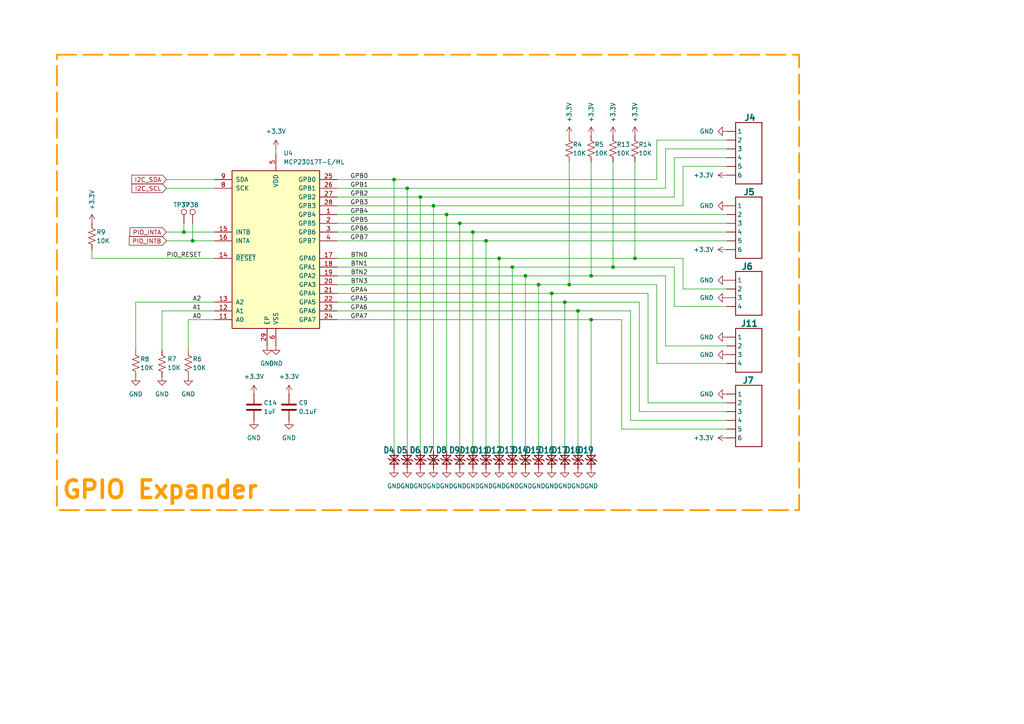
<source format=kicad_sch>
(kicad_sch (version 20250114) (generator "eeschema") (generator_version "9.0")
  (paper "A4")
  (title_block (title "Node Hardware") (date "<<release-date>>") (rev "<<tag>>") (comment 1 "<<hash>>"))
  (lib_symbols
    (symbol "CRGM Connector:JST-SH-4"
      (property "Reference" "J" (at 0 2.794 0))
      (symbol "JST-SH-4_1_0"
        (polyline (pts (xy 0 2.54) (xy 7.62 2.54)) (stroke (width 0.254)))
        (polyline (pts (xy 0 -10.16) (xy 0 2.54)) (stroke (width 0.254)))
        (polyline (pts (xy 7.62 2.54) (xy 7.62 -10.16)) (stroke (width 0.254)))
        (polyline (pts (xy 7.62 -10.16) (xy 0 -10.16)) (stroke (width 0.254)))
        (pin passive line (at -2.54 0 0) (length 2.54) (name "4") (number "4"))
        (pin passive line (at -2.54 -2.54 0) (length 2.54) (name "3") (number "3"))
        (pin passive line (at -2.54 -5.08 0) (length 2.54) (name "2") (number "2"))
        (pin passive line (at -2.54 -7.62 0) (length 2.54) (name "1") (number "1"))
      )
    )
    (symbol "CRGM Connector:JST-SH-6"
      (property "Reference" "J" (at 0 2.794 0))
      (symbol "JST-SH-6_1_0"
        (polyline (pts (xy 0 2.54) (xy 7.62 2.54)) (stroke (width 0.254)))
        (polyline (pts (xy 0 -15.24) (xy 0 2.54)) (stroke (width 0.254)))
        (polyline (pts (xy 7.62 2.54) (xy 7.62 -15.24)) (stroke (width 0.254)))
        (polyline (pts (xy 7.62 -15.24) (xy 0 -15.24)) (stroke (width 0.254)))
        (pin passive line (at -2.54 0 0) (length 2.54) (name "1") (number "1"))
        (pin passive line (at -2.54 -2.54 0) (length 2.54) (name "2") (number "2"))
        (pin passive line (at -2.54 -5.08 0) (length 2.54) (name "3") (number "3"))
        (pin passive line (at -2.54 -7.62 0) (length 2.54) (name "4") (number "4"))
        (pin passive line (at -2.54 -10.16 0) (length 2.54) (name "5") (number "5"))
        (pin passive line (at -2.54 -12.7 0) (length 2.54) (name "6") (number "6"))
      )
    )
    (symbol "CRGM Passive:PESD3V3S1BL"
      (property "Reference" "D" (at -1.524 1.524 0))
      (symbol "PESD3V3S1BL_1_0"
        (polyline (pts (xy -2.54 0) (xy 2.54 0)) (stroke (width 0.254)))
        (polyline (pts (xy -1.27 1.27) (xy -0.0101 0.0101)) (stroke (width 0.254)))
        (polyline (pts (xy -1.27 -1.27) (xy -1.27 1.27)) (stroke (width 0.254)))
        (polyline (pts (xy -0.3445 -1.6043) (xy -0.3573 -1.6043)) (stroke (width 0.254)))
        (polyline (pts (xy -0.0101 1.2955) (xy -0.0101 -1.27)) (stroke (width 0.254)))
        (polyline (pts (xy -0.0101 1.2955) (xy 0.3778 1.6835)) (stroke (width 0.254)))
        (polyline (pts (xy -0.0101 0.0101) (xy -0.0101 -0.0101)) (stroke (width 0.254)))
        (polyline (pts (xy -0.0101 -0.0101) (xy -1.27 -1.27)) (stroke (width 0.254)))
        (polyline (pts (xy -0.0101 -1.27) (xy -0.3445 -1.6043)) (stroke (width 0.254)))
        (polyline (pts (xy 0.0101 0.0101) (xy 0.0101 -0.0101)) (stroke (width 0.254)))
        (polyline (pts (xy 0.0101 -0.0101) (xy 1.27 -1.27)) (stroke (width 0.254)))
        (polyline (pts (xy 0.3778 1.6835) (xy 0.3981 1.6835)) (stroke (width 0.254)))
        (polyline (pts (xy 1.27 1.27) (xy 0.0101 0.0101)) (stroke (width 0.254)))
        (polyline (pts (xy 1.27 -1.27) (xy 1.27 1.27)) (stroke (width 0.254)))
        (pin passive line (at -2.54 0 0) (length 0) (name "K1") (number "1"))
        (pin passive line (at 2.54 0 180) (length 0) (name "K2") (number "2"))
      )
    )
    (symbol "Connector:TestPoint" (pin_numbers (hide yes)) (pin_names (offset 0.762) (hide yes))
      (property "Reference" "TP" (at 0 6.858 0))
      (property "Value" "TestPoint" (at 0 5.08 0))
      (symbol "TestPoint_0_1"
        (circle (center 0 3.302) (radius 0.762))
      )
      (symbol "TestPoint_1_1"
        (pin passive line (at 0 0 90) (length 2.54) (name "1") (number "1"))
      )
    )
    (symbol "Device:C" (pin_numbers (hide yes)) (pin_names (offset 0.254))
      (property "Reference" "C" (at 0.635 2.54 0))
      (property "Value" "C" (at 0.635 -2.54 0))
      (symbol "C_0_1"
        (polyline (pts (xy -2.032 0.762) (xy 2.032 0.762)) (stroke (width 0.508)))
        (polyline (pts (xy -2.032 -0.762) (xy 2.032 -0.762)) (stroke (width 0.508)))
      )
      (symbol "C_1_1"
        (pin passive line (at 0 3.81 270) (length 2.794) (name "~") (number "1"))
        (pin passive line (at 0 -3.81 90) (length 2.794) (name "~") (number "2"))
      )
    )
    (symbol "Device:R_US" (pin_numbers (hide yes)) (pin_names (offset 0))
      (property "Reference" "R" (at 2.54 0 90))
      (property "Value" "R_US" (at -2.54 0 90))
      (symbol "R_US_0_1"
        (polyline (pts (xy 0 2.286) (xy 0 2.54)))
        (polyline (pts (xy 0 2.286) (xy 1.016 1.905) (xy 0 1.524) (xy -1.016 1.143) (xy 0 0.762)))
        (polyline (pts (xy 0 0.762) (xy 1.016 0.381) (xy 0 0) (xy -1.016 -0.381) (xy 0 -0.762)))
        (polyline (pts (xy 0 -0.762) (xy 1.016 -1.143) (xy 0 -1.524) (xy -1.016 -1.905) (xy 0 -2.286)))
        (polyline (pts (xy 0 -2.286) (xy 0 -2.54)))
      )
      (symbol "R_US_1_1"
        (pin passive line (at 0 3.81 270) (length 1.27) (name "~") (number "1"))
        (pin passive line (at 0 -3.81 90) (length 1.27) (name "~") (number "2"))
      )
    )
    (symbol "Interface_Expansion:MCP23017_ML" (pin_names (offset 1.016))
      (property "Reference" "U" (at -11.43 24.13 0))
      (property "Value" "MCP23017_ML" (at 0 0 0))
      (symbol "MCP23017_ML_0_1"
        (rectangle (start -12.7 22.86) (end 12.7 -22.86) (stroke (width 0.254)) (fill (type background)))
      )
      (symbol "MCP23017_ML_1_1"
        (pin bidirectional line (at -17.78 20.32 0) (length 5.08) (name "SDA") (number "9"))
        (pin input line (at -17.78 17.78 0) (length 5.08) (name "SCK") (number "8"))
        (pin tri_state line (at -17.78 5.08 0) (length 5.08) (name "INTB") (number "15"))
        (pin tri_state line (at -17.78 2.54 0) (length 5.08) (name "INTA") (number "16"))
        (pin input line (at -17.78 -2.54 0) (length 5.08) (name "~{RESET}") (number "14"))
        (pin input line (at -17.78 -15.24 0) (length 5.08) (name "A2") (number "13"))
        (pin input line (at -17.78 -17.78 0) (length 5.08) (name "A1") (number "12"))
        (pin input line (at -17.78 -20.32 0) (length 5.08) (name "A0") (number "11"))
        (pin no_connect line (at -12.7 15.24 0) (length 5.08) (hide yes) (name "NC") (number "7"))
        (pin no_connect line (at -12.7 12.7 0) (length 5.08) (hide yes) (name "NC") (number "10"))
        (pin passive line (at -2.54 -27.94 90) (length 5.08) (name "EP") (number "29"))
        (pin power_in line (at 0 27.94 270) (length 5.08) (name "VDD") (number "5"))
        (pin power_in line (at 0 -27.94 90) (length 5.08) (name "VSS") (number "6"))
        (pin bidirectional line (at 17.78 20.32 180) (length 5.08) (name "GPB0") (number "25"))
        (pin bidirectional line (at 17.78 17.78 180) (length 5.08) (name "GPB1") (number "26"))
        (pin bidirectional line (at 17.78 15.24 180) (length 5.08) (name "GPB2") (number "27"))
        (pin bidirectional line (at 17.78 12.7 180) (length 5.08) (name "GPB3") (number "28"))
        (pin bidirectional line (at 17.78 10.16 180) (length 5.08) (name "GPB4") (number "1"))
        (pin bidirectional line (at 17.78 7.62 180) (length 5.08) (name "GPB5") (number "2"))
        (pin bidirectional line (at 17.78 5.08 180) (length 5.08) (name "GPB6") (number "3"))
        (pin output line (at 17.78 2.54 180) (length 5.08) (name "GPB7") (number "4"))
        (pin bidirectional line (at 17.78 -2.54 180) (length 5.08) (name "GPA0") (number "17"))
        (pin bidirectional line (at 17.78 -5.08 180) (length 5.08) (name "GPA1") (number "18"))
        (pin bidirectional line (at 17.78 -7.62 180) (length 5.08) (name "GPA2") (number "19"))
        (pin bidirectional line (at 17.78 -10.16 180) (length 5.08) (name "GPA3") (number "20"))
        (pin bidirectional line (at 17.78 -12.7 180) (length 5.08) (name "GPA4") (number "21"))
        (pin bidirectional line (at 17.78 -15.24 180) (length 5.08) (name "GPA5") (number "22"))
        (pin bidirectional line (at 17.78 -17.78 180) (length 5.08) (name "GPA6") (number "23"))
        (pin output line (at 17.78 -20.32 180) (length 5.08) (name "GPA7") (number "24"))
      )
    )
    (symbol "JST-SH-4_1"
      (property "Reference" "J" (at 0 2.794 0))
      (symbol "JST-SH-4_1_1_0"
        (polyline (pts (xy 0 2.54) (xy 7.62 2.54)) (stroke (width 0.254)))
        (polyline (pts (xy 0 -10.16) (xy 0 2.54)) (stroke (width 0.254)))
        (polyline (pts (xy 7.62 2.54) (xy 7.62 -10.16)) (stroke (width 0.254)))
        (polyline (pts (xy 7.62 -10.16) (xy 0 -10.16)) (stroke (width 0.254)))
        (pin passive line (at -2.54 0 0) (length 2.54) (name "4") (number "4"))
        (pin passive line (at -2.54 -2.54 0) (length 2.54) (name "3") (number "3"))
        (pin passive line (at -2.54 -5.08 0) (length 2.54) (name "2") (number "2"))
        (pin passive line (at -2.54 -7.62 0) (length 2.54) (name "1") (number "1"))
      )
    )
    (symbol "power:+3.3V" (power) (pin_numbers (hide yes)) (pin_names (offset 0) (hide yes))
      (property "Value" "+3.3V" (at 0 3.556 0))
      (symbol "+3.3V_0_1"
        (polyline (pts (xy -0.762 1.27) (xy 0 2.54)))
        (polyline (pts (xy 0 2.54) (xy 0.762 1.27)))
        (polyline (pts (xy 0 0) (xy 0 2.54)))
      )
      (symbol "+3.3V_1_1"
        (pin power_in line (at 0 0 90) (length 0) (name "~") (number "1"))
      )
    )
    (symbol "power:GND" (power) (pin_numbers (hide yes)) (pin_names (offset 0) (hide yes))
      (property "Value" "GND" (at 0 -3.81 0))
      (symbol "GND_0_1"
        (polyline (pts (xy 0 0) (xy 0 -1.27) (xy 1.27 -1.27) (xy 0 -2.54) (xy -1.27 -1.27) (xy 0 -1.27)))
      )
      (symbol "GND_1_1"
        (pin power_in line (at 0 0 270) (length 0) (name "~") (number "1"))
      )
    )
  )
  (rectangle (start 16.51 15.875) (end 231.775 147.955) (stroke (width 0.508) (type dash) (color 255 153 0 1)))
  (text "GPIO Expander" (exclude_from_sim yes) (at 46.482 142.24 0) (effects (font (size 5.08 5.08) (thickness 1.016) (bold yes))))
  (junction (at 140.97 69.85))
  (junction (at 184.15 74.93))
  (junction (at 144.78 74.93))
  (junction (at 125.73 59.69))
  (junction (at 156.21 82.55))
  (junction (at 152.4 80.01))
  (junction (at 55.88 69.85))
  (junction (at 163.83 87.63))
  (junction (at 160.02 85.09))
  (junction (at 137.16 67.31))
  (junction (at 53.34 67.31))
  (junction (at 167.64 90.17))
  (junction (at 171.45 80.01))
  (junction (at 129.54 62.23))
  (junction (at 121.92 57.15))
  (junction (at 171.45 92.71))
  (junction (at 177.8 77.47))
  (junction (at 165.1 82.55))
  (junction (at 114.3 52.07))
  (junction (at 133.35 64.77))
  (junction (at 118.11 54.61))
  (junction (at 148.59 77.47))
  (wire (pts (xy 156.21 82.55) (xy 165.1 82.55)))
  (wire (pts (xy 46.99 90.17) (xy 46.99 101.6)))
  (wire (pts (xy 193.04 43.18) (xy 210.82 43.18)))
  (wire (pts (xy 160.02 85.09) (xy 187.96 85.09)))
  (wire (pts (xy 39.37 87.63) (xy 62.23 87.63)))
  (wire (pts (xy 190.5 82.55) (xy 190.5 105.41)))
  (wire (pts (xy 163.83 87.63) (xy 163.83 130.81)))
  (wire (pts (xy 133.35 64.77) (xy 133.35 130.81)))
  (wire (pts (xy 62.23 92.71) (xy 54.61 92.71)))
  (wire (pts (xy 97.79 69.85) (xy 140.97 69.85)))
  (wire (pts (xy 97.79 67.31) (xy 137.16 67.31)))
  (wire (pts (xy 210.82 119.38) (xy 185.42 119.38)))
  (wire (pts (xy 97.79 77.47) (xy 148.59 77.47)))
  (wire (pts (xy 198.12 74.93) (xy 198.12 83.82)))
  (wire (pts (xy 171.45 92.71) (xy 171.45 130.81)))
  (wire (pts (xy 48.26 67.31) (xy 53.34 67.31)))
  (wire (pts (xy 129.54 62.23) (xy 210.82 62.23)))
  (wire (pts (xy 97.79 54.61) (xy 118.11 54.61)))
  (wire (pts (xy 184.15 46.99) (xy 184.15 74.93)))
  (wire (pts (xy 26.67 74.93) (xy 62.23 74.93)))
  (wire (pts (xy 137.16 67.31) (xy 137.16 130.81)))
  (wire (pts (xy 53.34 64.77) (xy 53.34 67.31)))
  (wire (pts (xy 195.58 77.47) (xy 195.58 88.9)))
  (wire (pts (xy 97.79 92.71) (xy 171.45 92.71)))
  (wire (pts (xy 165.1 46.99) (xy 165.1 82.55)))
  (wire (pts (xy 121.92 57.15) (xy 195.58 57.15)))
  (wire (pts (xy 48.26 52.07) (xy 62.23 52.07)))
  (wire (pts (xy 121.92 57.15) (xy 121.92 130.81)))
  (wire (pts (xy 171.45 80.01) (xy 193.04 80.01)))
  (wire (pts (xy 97.79 87.63) (xy 163.83 87.63)))
  (wire (pts (xy 152.4 80.01) (xy 171.45 80.01)))
  (wire (pts (xy 198.12 48.26) (xy 210.82 48.26)))
  (wire (pts (xy 114.3 52.07) (xy 190.5 52.07)))
  (wire (pts (xy 187.96 116.84) (xy 187.96 85.09)))
  (wire (pts (xy 54.61 92.71) (xy 54.61 101.6)))
  (wire (pts (xy 125.73 59.69) (xy 125.73 130.81)))
  (wire (pts (xy 210.82 45.72) (xy 195.58 45.72)))
  (wire (pts (xy 182.88 90.17) (xy 182.88 121.92)))
  (wire (pts (xy 171.45 46.99) (xy 171.45 80.01)))
  (wire (pts (xy 114.3 52.07) (xy 114.3 130.81)))
  (wire (pts (xy 182.88 121.92) (xy 210.82 121.92)))
  (wire (pts (xy 198.12 59.69) (xy 198.12 48.26)))
  (wire (pts (xy 152.4 80.01) (xy 152.4 130.81)))
  (wire (pts (xy 97.79 90.17) (xy 167.64 90.17)))
  (wire (pts (xy 198.12 83.82) (xy 210.82 83.82)))
  (wire (pts (xy 48.26 54.61) (xy 62.23 54.61)))
  (wire (pts (xy 210.82 88.9) (xy 195.58 88.9)))
  (wire (pts (xy 144.78 74.93) (xy 184.15 74.93)))
  (wire (pts (xy 55.88 64.77) (xy 55.88 69.85)))
  (wire (pts (xy 39.37 87.63) (xy 39.37 101.6)))
  (wire (pts (xy 53.34 67.31) (xy 62.23 67.31)))
  (wire (pts (xy 80.01 43.18) (xy 80.01 44.45)))
  (wire (pts (xy 133.35 64.77) (xy 210.82 64.77)))
  (wire (pts (xy 210.82 105.41) (xy 190.5 105.41)))
  (wire (pts (xy 167.64 90.17) (xy 167.64 130.81)))
  (wire (pts (xy 210.82 100.33) (xy 193.04 100.33)))
  (wire (pts (xy 118.11 54.61) (xy 193.04 54.61)))
  (wire (pts (xy 156.21 82.55) (xy 156.21 130.81)))
  (wire (pts (xy 144.78 74.93) (xy 144.78 130.81)))
  (wire (pts (xy 97.79 82.55) (xy 156.21 82.55)))
  (wire (pts (xy 97.79 64.77) (xy 133.35 64.77)))
  (wire (pts (xy 171.45 92.71) (xy 180.34 92.71)))
  (wire (pts (xy 195.58 45.72) (xy 195.58 57.15)))
  (wire (pts (xy 97.79 59.69) (xy 125.73 59.69)))
  (wire (pts (xy 129.54 62.23) (xy 129.54 130.81)))
  (wire (pts (xy 165.1 82.55) (xy 190.5 82.55)))
  (wire (pts (xy 180.34 124.46) (xy 180.34 92.71)))
  (wire (pts (xy 160.02 85.09) (xy 160.02 130.81)))
  (wire (pts (xy 97.79 62.23) (xy 129.54 62.23)))
  (wire (pts (xy 210.82 40.64) (xy 190.5 40.64)))
  (wire (pts (xy 140.97 69.85) (xy 210.82 69.85)))
  (wire (pts (xy 125.73 59.69) (xy 198.12 59.69)))
  (wire (pts (xy 97.79 57.15) (xy 121.92 57.15)))
  (wire (pts (xy 190.5 40.64) (xy 190.5 52.07)))
  (wire (pts (xy 210.82 116.84) (xy 187.96 116.84)))
  (wire (pts (xy 137.16 67.31) (xy 210.82 67.31)))
  (wire (pts (xy 148.59 130.81) (xy 148.59 77.47)))
  (wire (pts (xy 167.64 90.17) (xy 182.88 90.17)))
  (wire (pts (xy 46.99 90.17) (xy 62.23 90.17)))
  (wire (pts (xy 177.8 77.47) (xy 195.58 77.47)))
  (wire (pts (xy 97.79 85.09) (xy 160.02 85.09)))
  (wire (pts (xy 140.97 69.85) (xy 140.97 130.81)))
  (wire (pts (xy 48.26 69.85) (xy 55.88 69.85)))
  (wire (pts (xy 163.83 87.63) (xy 185.42 87.63)))
  (wire (pts (xy 97.79 52.07) (xy 114.3 52.07)))
  (wire (pts (xy 118.11 54.61) (xy 118.11 130.81)))
  (wire (pts (xy 185.42 119.38) (xy 185.42 87.63)))
  (wire (pts (xy 55.88 69.85) (xy 62.23 69.85)))
  (wire (pts (xy 97.79 74.93) (xy 144.78 74.93)))
  (wire (pts (xy 193.04 54.61) (xy 193.04 43.18)))
  (wire (pts (xy 177.8 46.99) (xy 177.8 77.47)))
  (wire (pts (xy 148.59 77.47) (xy 177.8 77.47)))
  (wire (pts (xy 193.04 80.01) (xy 193.04 100.33)))
  (wire (pts (xy 210.82 124.46) (xy 180.34 124.46)))
  (wire (pts (xy 26.67 72.39) (xy 26.67 74.93)))
  (wire (pts (xy 184.15 74.93) (xy 198.12 74.93)))
  (wire (pts (xy 97.79 80.01) (xy 152.4 80.01)))
  (label "GPB5" (at 101.6 64.77 0))
  (label "GPB2" (at 101.6 57.15 0))
  (label "GPB1" (at 101.6 54.61 0))
  (label "GPB6" (at 101.6 67.31 0))
  (label "BTN0" (at 106.68 74.93 180))
  (label "BTN3" (at 106.68 82.55 180))
  (label "A1" (at 55.88 90.17 0))
  (label "GPB4" (at 101.6 62.23 0))
  (label "GPA7" (at 106.68 92.71 180))
  (label "GPA6" (at 106.68 90.17 180))
  (label "GPB0" (at 101.6 52.07 0))
  (label "BTN1" (at 106.68 77.47 180))
  (label "A0" (at 55.88 92.71 0))
  (label "GPB7" (at 101.6 69.85 0))
  (label "BTN2" (at 106.68 80.01 180))
  (label "A2" (at 55.88 87.63 0))
  (label "GPA4" (at 106.68 85.09 180))
  (label "GPB3" (at 101.6 59.69 0))
  (label "PIO_RESET" (at 48.26 74.93 0))
  (label "GPA5" (at 106.68 87.63 180))
  (global_label "I2C_SCL" (shape input) (at 48.26 54.61 180) (property "Intersheetrefs" "${INTERSHEET_REFS}" (at 37.7153 54.61 0) (effects (justify right))))
  (global_label "I2C_SDA" (shape input) (at 48.26 52.07 180) (property "Intersheetrefs" "${INTERSHEET_REFS}" (at 37.6548 52.07 0) (effects (justify right))))
  (global_label "PIO_INTB" (shape input) (at 48.26 69.85 180) (property "Intersheetrefs" "${INTERSHEET_REFS}" (at 36.929 69.85 0) (effects (justify right))))
  (global_label "PIO_INTA" (shape input) (at 48.26 67.31 180) (property "Intersheetrefs" "${INTERSHEET_REFS}" (at 37.1104 67.31 0) (effects (justify right))))
  (symbol (lib_id "power:GND") (at 137.16 135.89 0) (unit 1)
    (property "Reference" "#PWR055" (effects (hide yes)))
    (property "Value" "GND" (at 137.16 140.97 0))
    (property "Description" "Power symbol creates a global label with name \"GND\" , ground" (effects (hide yes)))
  )
  (symbol (lib_id "Device:R_US") (at 184.15 43.18 0) (unit 1)
    (property "Reference" "R14" (at 185.166 41.91 0) (effects (justify left)))
    (property "Value" "10K" (at 185.166 44.45 0) (effects (justify left)))
    (property "Footprint" "Resistor_SMD:R_0603_1608Metric" (effects (hide yes)))
    (property "Description" "Thick Film Resistors - SMD 1/10Watt 10Kohms 5%" (effects (hide yes)))
    (property "LCSC" "C2930027" (effects (hide yes)))
    (property "MN" "FOJAN" (effects (hide yes)))
    (property "MPN" "FRC0603J103TS" (effects (hide yes)))
    (property "Digikey" "CR0603-JW-103ELFTR-ND" (effects (hide yes)))
    (property "Mouser" "652-CR0603-JW-103ELF" (effects (hide yes)))
  )
  (symbol (lib_id "power:GND") (at 210.82 86.36 270) (unit 1)
    (property "Reference" "#PWR070" (effects (hide yes)))
    (property "Value" "GND" (at 207.01 86.3599 90) (effects (justify right)))
    (property "Description" "Power symbol creates a global label with name \"GND\" , ground" (effects (hide yes)))
  )
  (symbol (lib_id "power:+3.3V") (at 210.82 50.8 90) (unit 1)
    (property "Reference" "#PWR041" (effects (hide yes)))
    (property "Value" "+3.3V" (at 207.01 50.7999 90) (effects (justify left)))
    (property "Description" "Power symbol creates a global label with name \"+3.3V\"" (effects (hide yes)))
  )
  (symbol (lib_id "Device:R_US") (at 46.99 105.41 0) (unit 1)
    (property "Reference" "R7" (at 48.514 104.14 0) (effects (justify left)))
    (property "Value" "10K" (at 48.514 106.68 0) (effects (justify left)))
    (property "Footprint" "Resistor_SMD:R_0603_1608Metric" (effects (hide yes)))
    (property "Description" "Thick Film Resistors - SMD 1/10Watt 10Kohms 5%" (effects (hide yes)))
    (property "LCSC" "C2930027" (effects (hide yes)))
    (property "MN" "FOJAN" (effects (hide yes)))
    (property "MPN" "FRC0603J103TS" (effects (hide yes)))
    (property "Digikey" "CR0603-JW-103ELFTR-ND" (effects (hide yes)))
    (property "Mouser" "652-CR0603-JW-103ELF" (effects (hide yes)))
  )
  (symbol (lib_id "power:+3.3V") (at 210.82 72.39 90) (unit 1)
    (property "Reference" "#PWR048" (effects (hide yes)))
    (property "Value" "+3.3V" (at 207.01 72.3899 90) (effects (justify left)))
    (property "Description" "Power symbol creates a global label with name \"+3.3V\"" (effects (hide yes)))
  )
  (symbol (lib_id "power:+3.3V") (at 26.67 64.77 0) (unit 1)
    (property "Reference" "#PWR038" (effects (hide yes)))
    (property "Value" "+3.3V" (at 26.6699 60.96 90) (effects (justify left)))
    (property "Description" "Power symbol creates a global label with name \"+3.3V\"" (effects (hide yes)))
  )
  (symbol (lib_id "CRGM Passive:PESD3V3S1BL") (at 156.21 133.35 90) (unit 1)
    (property "Reference" "D15" (at 152.146 130.556 90) (effects (font (size 1.778 1.5113) (thickness 0.3023) (bold yes)) (justify right)))
    (property "Value" "PESD3V3S1BL" (effects (hide yes)))
    (property "Footprint" "CRGM Passive:DFN1006-2" (effects (hide yes)))
    (property "Datasheet" "https://jlcpcb.com/api/file/downloadByFileSystemAccessId/8590907150506553344" (effects (hide yes)))
    (property "Description" "TVS DIODE Vrwm=3.3v Vcl=6.5v Ippm=10A DFN10062" (effects (hide yes)))
    (property "LCSC" "C5563754" (effects (hide yes)))
    (property "MN" "FUXINSEMI" (effects (hide yes)))
    (property "MPN" "LESD8D3.3CAT5G" (effects (hide yes)))
    (property "Digikey" "1727-PESD3V3S1BLYLTR-ND" (effects (hide yes)))
    (property "Mouser" "621-DESD3V3S1BL-7B" (effects (hide yes)))
  )
  (symbol (lib_id "power:GND") (at 152.4 135.89 0) (unit 1)
    (property "Reference" "#PWR059" (effects (hide yes)))
    (property "Value" "GND" (at 152.4 140.97 0))
    (property "Description" "Power symbol creates a global label with name \"GND\" , ground" (effects (hide yes)))
  )
  (symbol (lib_id "power:GND") (at 210.82 102.87 270) (unit 1)
    (property "Reference" "#PWR079" (effects (hide yes)))
    (property "Value" "GND" (at 207.01 102.8699 90) (effects (justify right)))
    (property "Description" "Power symbol creates a global label with name \"GND\" , ground" (effects (hide yes)))
  )
  (symbol (lib_id "power:GND") (at 129.54 135.89 0) (unit 1)
    (property "Reference" "#PWR053" (effects (hide yes)))
    (property "Value" "GND" (at 129.54 140.97 0))
    (property "Description" "Power symbol creates a global label with name \"GND\" , ground" (effects (hide yes)))
  )
  (symbol (lib_id "Interface_Expansion:MCP23017_ML") (at 80.01 72.39 0) (unit 1)
    (property "Reference" "U4" (at 82.2041 44.45 0) (effects (justify left)))
    (property "Value" "MCP23017T-E/ML" (at 82.2041 46.99 0) (effects (justify left)))
    (property "Footprint" "Package_DFN_QFN:QFN-28-1EP_6x6mm_P0.65mm_EP4.25x4.25mm" (effects (hide yes)))
    (property "Datasheet" "https://ww1.microchip.com/downloads/aemDocuments/documents/APID/ProductDocuments/DataSheets/MCP23017-Data-Sheet-DS20001952.pdf" (effects (hide yes)))
    (property "Description" "16-bit I/O expander" (effects (hide yes)))
    (property "LCSC" "C629439" (effects (hide yes)))
    (property "MN" "Microchip Tech" (effects (hide yes)))
    (property "MPN" "MCP23017T-E/ML" (effects (hide yes)))
    (property "Digikey" "MCP23017-E/ML-ND" (effects (hide yes)))
    (property "Mouser" "579-MCP23017-E/ML" (effects (hide yes)))
  )
  (symbol (lib_id "CRGM Passive:PESD3V3S1BL") (at 144.78 133.35 90) (unit 1)
    (property "Reference" "D12" (at 140.716 130.556 90) (effects (font (size 1.778 1.5113) (thickness 0.3023) (bold yes)) (justify right)))
    (property "Value" "PESD3V3S1BL" (effects (hide yes)))
    (property "Footprint" "CRGM Passive:DFN1006-2" (effects (hide yes)))
    (property "Datasheet" "https://jlcpcb.com/api/file/downloadByFileSystemAccessId/8590907150506553344" (effects (hide yes)))
    (property "Description" "TVS DIODE Vrwm=3.3v Vcl=6.5v Ippm=10A DFN10062" (effects (hide yes)))
    (property "LCSC" "C5563754" (effects (hide yes)))
    (property "MN" "FUXINSEMI" (effects (hide yes)))
    (property "MPN" "LESD8D3.3CAT5G" (effects (hide yes)))
    (property "Digikey" "1727-PESD3V3S1BLYLTR-ND" (effects (hide yes)))
    (property "Mouser" "621-DESD3V3S1BL-7B" (effects (hide yes)))
  )
  (symbol (lib_id "power:+3.3V") (at 83.82 114.3 0) (unit 1)
    (property "Reference" "#PWR040" (effects (hide yes)))
    (property "Value" "+3.3V" (at 83.82 109.22 0))
    (property "Description" "Power symbol creates a global label with name \"+3.3V\"" (effects (hide yes)))
  )
  (symbol (lib_id "CRGM Passive:PESD3V3S1BL") (at 140.97 133.35 90) (unit 1)
    (property "Reference" "D11" (at 136.906 130.556 90) (effects (font (size 1.778 1.5113) (thickness 0.3023) (bold yes)) (justify right)))
    (property "Value" "PESD3V3S1BL" (effects (hide yes)))
    (property "Footprint" "CRGM Passive:DFN1006-2" (effects (hide yes)))
    (property "Datasheet" "https://jlcpcb.com/api/file/downloadByFileSystemAccessId/8590907150506553344" (effects (hide yes)))
    (property "Description" "TVS DIODE Vrwm=3.3v Vcl=6.5v Ippm=10A DFN10062" (effects (hide yes)))
    (property "LCSC" "C5563754" (effects (hide yes)))
    (property "MN" "FUXINSEMI" (effects (hide yes)))
    (property "MPN" "LESD8D3.3CAT5G" (effects (hide yes)))
    (property "Digikey" "1727-PESD3V3S1BLYLTR-ND" (effects (hide yes)))
    (property "Mouser" "621-DESD3V3S1BL-7B" (effects (hide yes)))
  )
  (symbol (lib_id "power:GND") (at 210.82 59.69 270) (unit 1)
    (property "Reference" "#PWR047" (effects (hide yes)))
    (property "Value" "GND" (at 207.01 59.6899 90) (effects (justify right)))
    (property "Description" "Power symbol creates a global label with name \"GND\" , ground" (effects (hide yes)))
  )
  (symbol (lib_id "CRGM Connector:JST-SH-4") (at 213.36 105.41 0) (mirror x) (unit 1)
    (property "Reference" "J11" (at 214.63 94.996 0) (effects (font (size 1.778 1.778) (thickness 0.3556) (bold yes)) (justify left top)))
    (property "Value" "BM04B-SRSS-TB" (effects (hide yes)))
    (property "Footprint" "CRGM Connector:JST_SH_BM04B-SRSS-TB_1x04-1MP_P1.00mm_Vertical" (effects (hide yes)))
    (property "Datasheet" "https://www.jst-mfg.com/product/pdf/eng/eSH.pdf" (effects (hide yes)))
    (property "Description" "JST SH 1.0mm 4 Position Vertical" (effects (hide yes)))
    (property "MN" "JST" (effects (hide yes)))
    (property "MPN" "BM04B-SRSS-TBT(LF)(SN)" (effects (hide yes)))
    (property "Mouser" "306-BM04BSRSSTBTLFSN" (effects (hide yes)))
    (property "Digikey" "455-BM04B-SRSS-TBTR-ND" (effects (hide yes)))
    (property "LCSC" "C2919601" (effects (hide yes)))
  )
  (symbol (lib_id "power:+3.3V") (at 80.01 43.18 0) (unit 1)
    (property "Reference" "#PWR033" (effects (hide yes)))
    (property "Value" "+3.3V" (at 80.01 38.1 0))
    (property "Description" "Power symbol creates a global label with name \"+3.3V\"" (effects (hide yes)))
  )
  (symbol (lib_id "power:GND") (at 210.82 114.3 270) (unit 1)
    (property "Reference" "#PWR045" (effects (hide yes)))
    (property "Value" "GND" (at 207.01 114.2999 90) (effects (justify right)))
    (property "Description" "Power symbol creates a global label with name \"GND\" , ground" (effects (hide yes)))
  )
  (symbol (lib_id "power:GND") (at 39.37 109.22 0) (unit 1)
    (property "Reference" "#PWR034" (effects (hide yes)))
    (property "Value" "GND" (at 39.37 114.3 0))
    (property "Description" "Power symbol creates a global label with name \"GND\" , ground" (effects (hide yes)))
  )
  (symbol (lib_id "power:GND") (at 77.47 100.33 0) (unit 1)
    (property "Reference" "#PWR023" (effects (hide yes)))
    (property "Value" "GND" (at 77.47 105.41 0))
    (property "Description" "Power symbol creates a global label with name \"GND\" , ground" (effects (hide yes)))
  )
  (symbol (lib_id "Device:C") (at 73.66 118.11 0) (unit 1)
    (property "Reference" "C14" (at 76.454 116.84 0) (effects (justify left)))
    (property "Value" "1uF" (at 76.454 119.38 0) (effects (justify left)))
    (property "Footprint" "Capacitor_SMD:C_0603_1608Metric" (effects (hide yes)))
    (property "Description" "CAP CER 1uF 16V X5R 0603" (effects (hide yes)))
    (property "LCSC" "C6119849" (effects (hide yes)))
    (property "MN" "HRE" (effects (hide yes)))
    (property "MPN" "CGA0603X5R105K160JT" (effects (hide yes)))
    (property "Digikey" "1276-1019-2-ND" (effects (hide yes)))
    (property "Mouser" "187-CL10B105KO8NNNC" (effects (hide yes)))
  )
  (symbol (lib_id "power:GND") (at 121.92 135.89 0) (unit 1)
    (property "Reference" "#PWR051" (effects (hide yes)))
    (property "Value" "GND" (at 121.92 140.97 0))
    (property "Description" "Power symbol creates a global label with name \"GND\" , ground" (effects (hide yes)))
  )
  (symbol (lib_id "Device:R_US") (at 171.45 43.18 0) (unit 1)
    (property "Reference" "R5" (at 172.466 41.91 0) (effects (justify left)))
    (property "Value" "10K" (at 172.466 44.45 0) (effects (justify left)))
    (property "Footprint" "Resistor_SMD:R_0603_1608Metric" (effects (hide yes)))
    (property "Description" "Thick Film Resistors - SMD 1/10Watt 10Kohms 5%" (effects (hide yes)))
    (property "LCSC" "C2930027" (effects (hide yes)))
    (property "MN" "FOJAN" (effects (hide yes)))
    (property "MPN" "FRC0603J103TS" (effects (hide yes)))
    (property "Digikey" "CR0603-JW-103ELFTR-ND" (effects (hide yes)))
    (property "Mouser" "652-CR0603-JW-103ELF" (effects (hide yes)))
  )
  (symbol (lib_id "CRGM Connector:JST-SH-6") (at 213.36 114.3 0) (unit 1)
    (property "Reference" "J7" (at 215.138 111.506 0) (effects (font (size 1.778 1.778) (thickness 0.3556) (bold yes)) (justify left bottom)))
    (property "Value" "BM06B-SRSS-TB" (effects (hide yes)))
    (property "Footprint" "CRGM Connector:JST_SH_BM06B-SRSS-TB_1x06-1MP_P1.00mm_Vertical" (effects (hide yes)))
    (property "Datasheet" "https://www.digikey.com/en/products/detail/jst-sales-america-inc/BM06B-SRSS-TB/926698" (effects (hide yes)))
    (property "Description" "JST SH 1.0mm 6 Position Vertical" (effects (hide yes)))
    (property "LCSC" "C2845374" (effects (hide yes)))
    (property "MN" "JST" (effects (hide yes)))
    (property "MPN" "BM06B-SRSS-TB" (effects (hide yes)))
    (property "Digikey" "455-BM06B-SRSS-TBTR-ND" (effects (hide yes)))
    (property "Mouser" "306-BM06BSRSSTBTLFSN" (effects (hide yes)))
  )
  (symbol (lib_id "power:GND") (at 210.82 38.1 270) (unit 1)
    (property "Reference" "#PWR042" (effects (hide yes)))
    (property "Value" "GND" (at 207.01 38.0999 90) (effects (justify right)))
    (property "Description" "Power symbol creates a global label with name \"GND\" , ground" (effects (hide yes)))
  )
  (symbol (lib_id "power:GND") (at 144.78 135.89 0) (unit 1)
    (property "Reference" "#PWR057" (effects (hide yes)))
    (property "Value" "GND" (at 144.78 140.97 0))
    (property "Description" "Power symbol creates a global label with name \"GND\" , ground" (effects (hide yes)))
  )
  (symbol (lib_id "Device:R_US") (at 165.1 43.18 0) (unit 1)
    (property "Reference" "R4" (at 166.116 41.91 0) (effects (justify left)))
    (property "Value" "10K" (at 166.116 44.45 0) (effects (justify left)))
    (property "Footprint" "Resistor_SMD:R_0603_1608Metric" (effects (hide yes)))
    (property "Description" "Thick Film Resistors - SMD 1/10Watt 10Kohms 5%" (effects (hide yes)))
    (property "LCSC" "C2930027" (effects (hide yes)))
    (property "MN" "FOJAN" (effects (hide yes)))
    (property "MPN" "FRC0603J103TS" (effects (hide yes)))
    (property "Digikey" "CR0603-JW-103ELFTR-ND" (effects (hide yes)))
    (property "Mouser" "652-CR0603-JW-103ELF" (effects (hide yes)))
  )
  (symbol (lib_id "power:GND") (at 114.3 135.89 0) (unit 1)
    (property "Reference" "#PWR049" (effects (hide yes)))
    (property "Value" "GND" (at 114.3 140.97 0))
    (property "Description" "Power symbol creates a global label with name \"GND\" , ground" (effects (hide yes)))
  )
  (symbol (lib_id "power:GND") (at 125.73 135.89 0) (unit 1)
    (property "Reference" "#PWR052" (effects (hide yes)))
    (property "Value" "GND" (at 125.73 140.97 0))
    (property "Description" "Power symbol creates a global label with name \"GND\" , ground" (effects (hide yes)))
  )
  (symbol (lib_id "power:GND") (at 163.83 135.89 0) (unit 1)
    (property "Reference" "#PWR062" (effects (hide yes)))
    (property "Value" "GND" (at 163.83 140.97 0))
    (property "Description" "Power symbol creates a global label with name \"GND\" , ground" (effects (hide yes)))
  )
  (symbol (lib_id "power:GND") (at 140.97 135.89 0) (unit 1)
    (property "Reference" "#PWR056" (effects (hide yes)))
    (property "Value" "GND" (at 140.97 140.97 0))
    (property "Description" "Power symbol creates a global label with name \"GND\" , ground" (effects (hide yes)))
  )
  (symbol (lib_id "CRGM Passive:PESD3V3S1BL") (at 160.02 133.35 90) (unit 1)
    (property "Reference" "D16" (at 155.956 130.556 90) (effects (font (size 1.778 1.5113) (thickness 0.3023) (bold yes)) (justify right)))
    (property "Value" "PESD3V3S1BL" (effects (hide yes)))
    (property "Footprint" "CRGM Passive:DFN1006-2" (effects (hide yes)))
    (property "Datasheet" "https://jlcpcb.com/api/file/downloadByFileSystemAccessId/8590907150506553344" (effects (hide yes)))
    (property "Description" "TVS DIODE Vrwm=3.3v Vcl=6.5v Ippm=10A DFN10062" (effects (hide yes)))
    (property "LCSC" "C5563754" (effects (hide yes)))
    (property "MN" "FUXINSEMI" (effects (hide yes)))
    (property "MPN" "LESD8D3.3CAT5G" (effects (hide yes)))
    (property "Digikey" "1727-PESD3V3S1BLYLTR-ND" (effects (hide yes)))
    (property "Mouser" "621-DESD3V3S1BL-7B" (effects (hide yes)))
  )
  (symbol (lib_id "CRGM Passive:PESD3V3S1BL") (at 133.35 133.35 90) (unit 1)
    (property "Reference" "D9" (at 130.048 130.556 90) (effects (font (size 1.778 1.5113) (thickness 0.3023) (bold yes)) (justify right)))
    (property "Value" "PESD3V3S1BL" (effects (hide yes)))
    (property "Footprint" "CRGM Passive:DFN1006-2" (effects (hide yes)))
    (property "Datasheet" "https://jlcpcb.com/api/file/downloadByFileSystemAccessId/8590907150506553344" (effects (hide yes)))
    (property "Description" "TVS DIODE Vrwm=3.3v Vcl=6.5v Ippm=10A DFN10062" (effects (hide yes)))
    (property "LCSC" "C5563754" (effects (hide yes)))
    (property "MN" "FUXINSEMI" (effects (hide yes)))
    (property "MPN" "LESD8D3.3CAT5G" (effects (hide yes)))
    (property "Digikey" "1727-PESD3V3S1BLYLTR-ND" (effects (hide yes)))
    (property "Mouser" "621-DESD3V3S1BL-7B" (effects (hide yes)))
  )
  (symbol (lib_id "CRGM Passive:PESD3V3S1BL") (at 148.59 133.35 90) (unit 1)
    (property "Reference" "D13" (at 144.526 130.556 90) (effects (font (size 1.778 1.5113) (thickness 0.3023) (bold yes)) (justify right)))
    (property "Value" "PESD3V3S1BL" (effects (hide yes)))
    (property "Footprint" "CRGM Passive:DFN1006-2" (effects (hide yes)))
    (property "Datasheet" "https://jlcpcb.com/api/file/downloadByFileSystemAccessId/8590907150506553344" (effects (hide yes)))
    (property "Description" "TVS DIODE Vrwm=3.3v Vcl=6.5v Ippm=10A DFN10062" (effects (hide yes)))
    (property "LCSC" "C5563754" (effects (hide yes)))
    (property "MN" "FUXINSEMI" (effects (hide yes)))
    (property "MPN" "LESD8D3.3CAT5G" (effects (hide yes)))
    (property "Digikey" "1727-PESD3V3S1BLYLTR-ND" (effects (hide yes)))
    (property "Mouser" "621-DESD3V3S1BL-7B" (effects (hide yes)))
  )
  (symbol (lib_id "power:GND") (at 80.01 100.33 0) (unit 1)
    (property "Reference" "#PWR037" (effects (hide yes)))
    (property "Value" "GND" (at 80.01 105.41 0))
    (property "Description" "Power symbol creates a global label with name \"GND\" , ground" (effects (hide yes)))
  )
  (symbol (lib_id "CRGM Passive:PESD3V3S1BL") (at 171.45 133.35 90) (unit 1)
    (property "Reference" "D19" (at 167.386 130.556 90) (effects (font (size 1.778 1.5113) (thickness 0.3023) (bold yes)) (justify right)))
    (property "Value" "PESD3V3S1BL" (effects (hide yes)))
    (property "Footprint" "CRGM Passive:DFN1006-2" (effects (hide yes)))
    (property "Datasheet" "https://jlcpcb.com/api/file/downloadByFileSystemAccessId/8590907150506553344" (effects (hide yes)))
    (property "Description" "TVS DIODE Vrwm=3.3v Vcl=6.5v Ippm=10A DFN10062" (effects (hide yes)))
    (property "LCSC" "C5563754" (effects (hide yes)))
    (property "MN" "FUXINSEMI" (effects (hide yes)))
    (property "MPN" "LESD8D3.3CAT5G" (effects (hide yes)))
    (property "Digikey" "1727-PESD3V3S1BLYLTR-ND" (effects (hide yes)))
    (property "Mouser" "621-DESD3V3S1BL-7B" (effects (hide yes)))
  )
  (symbol (lib_id "power:GND") (at 133.35 135.89 0) (unit 1)
    (property "Reference" "#PWR054" (effects (hide yes)))
    (property "Value" "GND" (at 133.35 140.97 0))
    (property "Description" "Power symbol creates a global label with name \"GND\" , ground" (effects (hide yes)))
  )
  (symbol (lib_id "power:+3.3V") (at 210.82 127 90) (unit 1)
    (property "Reference" "#PWR046" (effects (hide yes)))
    (property "Value" "+3.3V" (at 207.01 126.9999 90) (effects (justify left)))
    (property "Description" "Power symbol creates a global label with name \"+3.3V\"" (effects (hide yes)))
  )
  (symbol (lib_id "power:GND") (at 118.11 135.89 0) (unit 1)
    (property "Reference" "#PWR050" (effects (hide yes)))
    (property "Value" "GND" (at 118.11 140.97 0))
    (property "Description" "Power symbol creates a global label with name \"GND\" , ground" (effects (hide yes)))
  )
  (symbol (lib_id "CRGM Passive:PESD3V3S1BL") (at 163.83 133.35 90) (unit 1)
    (property "Reference" "D17" (at 159.766 130.556 90) (effects (font (size 1.778 1.5113) (thickness 0.3023) (bold yes)) (justify right)))
    (property "Value" "PESD3V3S1BL" (effects (hide yes)))
    (property "Footprint" "CRGM Passive:DFN1006-2" (effects (hide yes)))
    (property "Datasheet" "https://jlcpcb.com/api/file/downloadByFileSystemAccessId/8590907150506553344" (effects (hide yes)))
    (property "Description" "TVS DIODE Vrwm=3.3v Vcl=6.5v Ippm=10A DFN10062" (effects (hide yes)))
    (property "LCSC" "C5563754" (effects (hide yes)))
    (property "MN" "FUXINSEMI" (effects (hide yes)))
    (property "MPN" "LESD8D3.3CAT5G" (effects (hide yes)))
    (property "Digikey" "1727-PESD3V3S1BLYLTR-ND" (effects (hide yes)))
    (property "Mouser" "621-DESD3V3S1BL-7B" (effects (hide yes)))
  )
  (symbol (lib_id "Device:R_US") (at 39.37 105.41 0) (unit 1)
    (property "Reference" "R8" (at 40.64 104.14 0) (effects (justify left)))
    (property "Value" "10K" (at 40.64 106.68 0) (effects (justify left)))
    (property "Footprint" "Resistor_SMD:R_0603_1608Metric" (effects (hide yes)))
    (property "Description" "Thick Film Resistors - SMD 1/10Watt 10Kohms 5%" (effects (hide yes)))
    (property "LCSC" "C2930027" (effects (hide yes)))
    (property "MN" "FOJAN" (effects (hide yes)))
    (property "MPN" "FRC0603J103TS" (effects (hide yes)))
    (property "Digikey" "CR0603-JW-103ELFTR-ND" (effects (hide yes)))
    (property "Mouser" "652-CR0603-JW-103ELF" (effects (hide yes)))
  )
  (symbol (lib_id "power:+3.3V") (at 165.1 39.37 0) (unit 1)
    (property "Reference" "#PWR091" (effects (hide yes)))
    (property "Value" "+3.3V" (at 165.1001 35.56 90) (effects (justify left)))
    (property "Description" "Power symbol creates a global label with name \"+3.3V\"" (effects (hide yes)))
  )
  (symbol (lib_id "power:+3.3V") (at 171.45 39.37 0) (unit 1)
    (property "Reference" "#PWR090" (effects (hide yes)))
    (property "Value" "+3.3V" (at 171.4501 35.56 90) (effects (justify left)))
    (property "Description" "Power symbol creates a global label with name \"+3.3V\"" (effects (hide yes)))
  )
  (symbol (lib_id "power:+3.3V") (at 73.66 114.3 0) (unit 1)
    (property "Reference" "#PWR074" (effects (hide yes)))
    (property "Value" "+3.3V" (at 73.66 109.22 0))
    (property "Description" "Power symbol creates a global label with name \"+3.3V\"" (effects (hide yes)))
  )
  (symbol (lib_id "power:+3.3V") (at 177.8 39.37 0) (unit 1)
    (property "Reference" "#PWR089" (effects (hide yes)))
    (property "Value" "+3.3V" (at 177.8001 35.56 90) (effects (justify left)))
    (property "Description" "Power symbol creates a global label with name \"+3.3V\"" (effects (hide yes)))
  )
  (symbol (lib_id "power:GND") (at 160.02 135.89 0) (unit 1)
    (property "Reference" "#PWR061" (effects (hide yes)))
    (property "Value" "GND" (at 160.02 140.97 0))
    (property "Description" "Power symbol creates a global label with name \"GND\" , ground" (effects (hide yes)))
  )
  (symbol (lib_id "power:GND") (at 167.64 135.89 0) (unit 1)
    (property "Reference" "#PWR063" (effects (hide yes)))
    (property "Value" "GND" (at 167.64 140.97 0))
    (property "Description" "Power symbol creates a global label with name \"GND\" , ground" (effects (hide yes)))
  )
  (symbol (lib_id "CRGM Connector:JST-SH-6") (at 213.36 38.1 0) (unit 1)
    (property "Reference" "J4" (at 215.646 35.306 0) (effects (font (size 1.778 1.778) (thickness 0.3556) (bold yes)) (justify left bottom)))
    (property "Value" "BM06B-SRSS-TB" (effects (hide yes)))
    (property "Footprint" "CRGM Connector:JST_SH_BM06B-SRSS-TB_1x06-1MP_P1.00mm_Vertical" (effects (hide yes)))
    (property "Datasheet" "https://www.digikey.com/en/products/detail/jst-sales-america-inc/BM06B-SRSS-TB/926698" (effects (hide yes)))
    (property "Description" "JST SH 1.0mm 6 Position Vertical" (effects (hide yes)))
    (property "LCSC" "C2845374" (effects (hide yes)))
    (property "MN" "JST" (effects (hide yes)))
    (property "MPN" "BM06B-SRSS-TB" (effects (hide yes)))
    (property "Digikey" "455-BM06B-SRSS-TBTR-ND" (effects (hide yes)))
    (property "Mouser" "306-BM06BSRSSTBTLFSN" (effects (hide yes)))
  )
  (symbol (lib_id "power:GND") (at 171.45 135.89 0) (unit 1)
    (property "Reference" "#PWR064" (effects (hide yes)))
    (property "Value" "GND" (at 171.45 140.97 0))
    (property "Description" "Power symbol creates a global label with name \"GND\" , ground" (effects (hide yes)))
  )
  (symbol (lib_id "power:GND") (at 73.66 121.92 0) (unit 1)
    (property "Reference" "#PWR073" (effects (hide yes)))
    (property "Value" "GND" (at 73.66 127 0))
    (property "Description" "Power symbol creates a global label with name \"GND\" , ground" (effects (hide yes)))
  )
  (symbol (lib_id "Device:R_US") (at 177.8 43.18 0) (unit 1)
    (property "Reference" "R13" (at 178.816 41.91 0) (effects (justify left)))
    (property "Value" "10K" (at 178.816 44.45 0) (effects (justify left)))
    (property "Footprint" "Resistor_SMD:R_0603_1608Metric" (effects (hide yes)))
    (property "Description" "Thick Film Resistors - SMD 1/10Watt 10Kohms 5%" (effects (hide yes)))
    (property "LCSC" "C2930027" (effects (hide yes)))
    (property "MN" "FOJAN" (effects (hide yes)))
    (property "MPN" "FRC0603J103TS" (effects (hide yes)))
    (property "Digikey" "CR0603-JW-103ELFTR-ND" (effects (hide yes)))
    (property "Mouser" "652-CR0603-JW-103ELF" (effects (hide yes)))
  )
  (symbol (lib_id "CRGM Passive:PESD3V3S1BL") (at 167.64 133.35 90) (unit 1)
    (property "Reference" "D18" (at 163.576 130.556 90) (effects (font (size 1.778 1.5113) (thickness 0.3023) (bold yes)) (justify right)))
    (property "Value" "PESD3V3S1BL" (effects (hide yes)))
    (property "Footprint" "CRGM Passive:DFN1006-2" (effects (hide yes)))
    (property "Datasheet" "https://jlcpcb.com/api/file/downloadByFileSystemAccessId/8590907150506553344" (effects (hide yes)))
    (property "Description" "TVS DIODE Vrwm=3.3v Vcl=6.5v Ippm=10A DFN10062" (effects (hide yes)))
    (property "LCSC" "C5563754" (effects (hide yes)))
    (property "MN" "FUXINSEMI" (effects (hide yes)))
    (property "MPN" "LESD8D3.3CAT5G" (effects (hide yes)))
    (property "Digikey" "1727-PESD3V3S1BLYLTR-ND" (effects (hide yes)))
    (property "Mouser" "621-DESD3V3S1BL-7B" (effects (hide yes)))
  )
  (symbol (lib_id "CRGM Passive:PESD3V3S1BL") (at 114.3 133.35 90) (unit 1)
    (property "Reference" "D4" (at 110.998 130.556 90) (effects (font (size 1.778 1.5113) (thickness 0.3023) (bold yes)) (justify right)))
    (property "Value" "PESD3V3S1BL" (effects (hide yes)))
    (property "Footprint" "CRGM Passive:DFN1006-2" (effects (hide yes)))
    (property "Datasheet" "https://jlcpcb.com/api/file/downloadByFileSystemAccessId/8590907150506553344" (effects (hide yes)))
    (property "Description" "TVS DIODE Vrwm=3.3v Vcl=6.5v Ippm=10A DFN10062" (effects (hide yes)))
    (property "LCSC" "C5563754" (effects (hide yes)))
    (property "MN" "FUXINSEMI" (effects (hide yes)))
    (property "MPN" "LESD8D3.3CAT5G" (effects (hide yes)))
    (property "Digikey" "1727-PESD3V3S1BLYLTR-ND" (effects (hide yes)))
    (property "Mouser" "621-DESD3V3S1BL-7B" (effects (hide yes)))
  )
  (symbol (lib_id "CRGM Passive:PESD3V3S1BL") (at 125.73 133.35 90) (unit 1)
    (property "Reference" "D7" (at 122.428 130.556 90) (effects (font (size 1.778 1.5113) (thickness 0.3023) (bold yes)) (justify right)))
    (property "Value" "PESD3V3S1BL" (effects (hide yes)))
    (property "Footprint" "CRGM Passive:DFN1006-2" (effects (hide yes)))
    (property "Datasheet" "https://jlcpcb.com/api/file/downloadByFileSystemAccessId/8590907150506553344" (effects (hide yes)))
    (property "Description" "TVS DIODE Vrwm=3.3v Vcl=6.5v Ippm=10A DFN10062" (effects (hide yes)))
    (property "LCSC" "C5563754" (effects (hide yes)))
    (property "MN" "FUXINSEMI" (effects (hide yes)))
    (property "MPN" "LESD8D3.3CAT5G" (effects (hide yes)))
    (property "Digikey" "1727-PESD3V3S1BLYLTR-ND" (effects (hide yes)))
    (property "Mouser" "621-DESD3V3S1BL-7B" (effects (hide yes)))
  )
  (symbol (lib_id "Connector:TestPoint") (at 53.34 64.77 0) (unit 1) (in_bom no)
    (property "Reference" "TP37" (at 55.118 59.436 0) (effects (justify right)))
    (property "Value" "TP" (effects (hide yes)))
    (property "Footprint" "CRGM Mechanical:TestPoint_Pad_D1.0mm" (effects (hide yes)))
    (property "Description" "Test Point" (effects (hide yes)))
  )
  (symbol (lib_id "power:GND") (at 46.99 109.22 0) (unit 1)
    (property "Reference" "#PWR035" (effects (hide yes)))
    (property "Value" "GND" (at 46.99 114.3 0))
    (property "Description" "Power symbol creates a global label with name \"GND\" , ground" (effects (hide yes)))
  )
  (symbol (lib_id "power:GND") (at 148.59 135.89 0) (unit 1)
    (property "Reference" "#PWR058" (effects (hide yes)))
    (property "Value" "GND" (at 148.59 140.97 0))
    (property "Description" "Power symbol creates a global label with name \"GND\" , ground" (effects (hide yes)))
  )
  (symbol (lib_id "power:GND") (at 210.82 81.28 270) (unit 1)
    (property "Reference" "#PWR043" (effects (hide yes)))
    (property "Value" "GND" (at 207.01 81.2799 90) (effects (justify right)))
    (property "Description" "Power symbol creates a global label with name \"GND\" , ground" (effects (hide yes)))
  )
  (symbol (lib_id "CRGM Passive:PESD3V3S1BL") (at 118.11 133.35 90) (unit 1)
    (property "Reference" "D5" (at 114.808 130.556 90) (effects (font (size 1.778 1.5113) (thickness 0.3023) (bold yes)) (justify right)))
    (property "Value" "PESD3V3S1BL" (effects (hide yes)))
    (property "Footprint" "CRGM Passive:DFN1006-2" (effects (hide yes)))
    (property "Datasheet" "https://jlcpcb.com/api/file/downloadByFileSystemAccessId/8590907150506553344" (effects (hide yes)))
    (property "Description" "TVS DIODE Vrwm=3.3v Vcl=6.5v Ippm=10A DFN10062" (effects (hide yes)))
    (property "LCSC" "C5563754" (effects (hide yes)))
    (property "MN" "FUXINSEMI" (effects (hide yes)))
    (property "MPN" "LESD8D3.3CAT5G" (effects (hide yes)))
    (property "Digikey" "1727-PESD3V3S1BLYLTR-ND" (effects (hide yes)))
    (property "Mouser" "621-DESD3V3S1BL-7B" (effects (hide yes)))
  )
  (symbol (lib_name "JST-SH-4_1") (lib_id "CRGM Connector:JST-SH-4") (at 213.36 88.9 0) (mirror x) (unit 1)
    (property "Reference" "J6" (at 214.884 78.486 0) (effects (font (size 1.778 1.778) (thickness 0.3556) (bold yes)) (justify left top)))
    (property "Value" "BM04B-SRSS-TB" (effects (hide yes)))
    (property "Footprint" "CRGM Connector:JST_SH_BM04B-SRSS-TB_1x04-1MP_P1.00mm_Vertical" (effects (hide yes)))
    (property "Datasheet" "https://www.jst-mfg.com/product/pdf/eng/eSH.pdf" (effects (hide yes)))
    (property "Description" "JST SH 1.0mm 4 Position Vertical" (effects (hide yes)))
    (property "MN" "JST" (effects (hide yes)))
    (property "MPN" "BM04B-SRSS-TBT(LF)(SN)" (effects (hide yes)))
    (property "Mouser" "306-BM04BSRSSTBTLFSN" (effects (hide yes)))
    (property "Digikey" "455-BM04B-SRSS-TBTR-ND" (effects (hide yes)))
    (property "LCSC" "C2919601" (effects (hide yes)))
  )
  (symbol (lib_id "CRGM Connector:JST-SH-6") (at 213.36 59.69 0) (unit 1)
    (property "Reference" "J5" (at 215.392 56.896 0) (effects (font (size 1.778 1.778) (thickness 0.3556) (bold yes)) (justify left bottom)))
    (property "Value" "BM06B-SRSS-TB" (effects (hide yes)))
    (property "Footprint" "CRGM Connector:JST_SH_BM06B-SRSS-TB_1x06-1MP_P1.00mm_Vertical" (effects (hide yes)))
    (property "Datasheet" "https://www.digikey.com/en/products/detail/jst-sales-america-inc/BM06B-SRSS-TB/926698" (effects (hide yes)))
    (property "Description" "JST SH 1.0mm 6 Position Vertical" (effects (hide yes)))
    (property "LCSC" "C2845374" (effects (hide yes)))
    (property "MN" "JST" (effects (hide yes)))
    (property "MPN" "BM06B-SRSS-TB" (effects (hide yes)))
    (property "Digikey" "455-BM06B-SRSS-TBTR-ND" (effects (hide yes)))
    (property "Mouser" "306-BM06BSRSSTBTLFSN" (effects (hide yes)))
  )
  (symbol (lib_id "CRGM Passive:PESD3V3S1BL") (at 152.4 133.35 90) (unit 1)
    (property "Reference" "D14" (at 148.336 130.556 90) (effects (font (size 1.778 1.5113) (thickness 0.3023) (bold yes)) (justify right)))
    (property "Value" "PESD3V3S1BL" (effects (hide yes)))
    (property "Footprint" "CRGM Passive:DFN1006-2" (effects (hide yes)))
    (property "Datasheet" "https://jlcpcb.com/api/file/downloadByFileSystemAccessId/8590907150506553344" (effects (hide yes)))
    (property "Description" "TVS DIODE Vrwm=3.3v Vcl=6.5v Ippm=10A DFN10062" (effects (hide yes)))
    (property "LCSC" "C5563754" (effects (hide yes)))
    (property "MN" "FUXINSEMI" (effects (hide yes)))
    (property "MPN" "LESD8D3.3CAT5G" (effects (hide yes)))
    (property "Digikey" "1727-PESD3V3S1BLYLTR-ND" (effects (hide yes)))
    (property "Mouser" "621-DESD3V3S1BL-7B" (effects (hide yes)))
  )
  (symbol (lib_id "power:+3.3V") (at 184.15 39.37 0) (unit 1)
    (property "Reference" "#PWR082" (effects (hide yes)))
    (property "Value" "+3.3V" (at 184.1501 35.56 90) (effects (justify left)))
    (property "Description" "Power symbol creates a global label with name \"+3.3V\"" (effects (hide yes)))
  )
  (symbol (lib_id "power:GND") (at 83.82 121.92 0) (unit 1)
    (property "Reference" "#PWR039" (effects (hide yes)))
    (property "Value" "GND" (at 83.82 127 0))
    (property "Description" "Power symbol creates a global label with name \"GND\" , ground" (effects (hide yes)))
  )
  (symbol (lib_id "Connector:TestPoint") (at 55.88 64.77 0) (unit 1) (in_bom no)
    (property "Reference" "TP38" (at 57.658 59.436 0) (effects (justify right)))
    (property "Value" "TP" (effects (hide yes)))
    (property "Footprint" "CRGM Mechanical:TestPoint_Pad_D1.0mm" (effects (hide yes)))
    (property "Description" "Test Point" (effects (hide yes)))
  )
  (symbol (lib_id "CRGM Passive:PESD3V3S1BL") (at 137.16 133.35 90) (unit 1)
    (property "Reference" "D10" (at 133.096 130.556 90) (effects (font (size 1.778 1.5113) (thickness 0.3023) (bold yes)) (justify right)))
    (property "Value" "PESD3V3S1BL" (effects (hide yes)))
    (property "Footprint" "CRGM Passive:DFN1006-2" (effects (hide yes)))
    (property "Datasheet" "https://jlcpcb.com/api/file/downloadByFileSystemAccessId/8590907150506553344" (effects (hide yes)))
    (property "Description" "TVS DIODE Vrwm=3.3v Vcl=6.5v Ippm=10A DFN10062" (effects (hide yes)))
    (property "LCSC" "C5563754" (effects (hide yes)))
    (property "MN" "FUXINSEMI" (effects (hide yes)))
    (property "MPN" "LESD8D3.3CAT5G" (effects (hide yes)))
    (property "Digikey" "1727-PESD3V3S1BLYLTR-ND" (effects (hide yes)))
    (property "Mouser" "621-DESD3V3S1BL-7B" (effects (hide yes)))
  )
  (symbol (lib_id "power:GND") (at 54.61 109.22 0) (unit 1)
    (property "Reference" "#PWR036" (effects (hide yes)))
    (property "Value" "GND" (at 54.61 114.3 0))
    (property "Description" "Power symbol creates a global label with name \"GND\" , ground" (effects (hide yes)))
  )
  (symbol (lib_id "CRGM Passive:PESD3V3S1BL") (at 121.92 133.35 90) (unit 1)
    (property "Reference" "D6" (at 118.618 130.556 90) (effects (font (size 1.778 1.5113) (thickness 0.3023) (bold yes)) (justify right)))
    (property "Value" "PESD3V3S1BL" (effects (hide yes)))
    (property "Footprint" "CRGM Passive:DFN1006-2" (effects (hide yes)))
    (property "Datasheet" "https://jlcpcb.com/api/file/downloadByFileSystemAccessId/8590907150506553344" (effects (hide yes)))
    (property "Description" "TVS DIODE Vrwm=3.3v Vcl=6.5v Ippm=10A DFN10062" (effects (hide yes)))
    (property "LCSC" "C5563754" (effects (hide yes)))
    (property "MN" "FUXINSEMI" (effects (hide yes)))
    (property "MPN" "LESD8D3.3CAT5G" (effects (hide yes)))
    (property "Digikey" "1727-PESD3V3S1BLYLTR-ND" (effects (hide yes)))
    (property "Mouser" "621-DESD3V3S1BL-7B" (effects (hide yes)))
  )
  (symbol (lib_id "Device:R_US") (at 26.67 68.58 0) (unit 1)
    (property "Reference" "R9" (at 27.94 67.31 0) (effects (justify left)))
    (property "Value" "10K" (at 27.94 69.85 0) (effects (justify left)))
    (property "Footprint" "Resistor_SMD:R_0603_1608Metric" (effects (hide yes)))
    (property "Description" "Thick Film Resistors - SMD 1/10Watt 10Kohms 5%" (effects (hide yes)))
    (property "LCSC" "C2930027" (effects (hide yes)))
    (property "MN" "FOJAN" (effects (hide yes)))
    (property "MPN" "FRC0603J103TS" (effects (hide yes)))
    (property "Digikey" "CR0603-JW-103ELFTR-ND" (effects (hide yes)))
    (property "Mouser" "652-CR0603-JW-103ELF" (effects (hide yes)))
  )
  (symbol (lib_id "power:GND") (at 210.82 97.79 270) (unit 1)
    (property "Reference" "#PWR072" (effects (hide yes)))
    (property "Value" "GND" (at 207.01 97.7899 90) (effects (justify right)))
    (property "Description" "Power symbol creates a global label with name \"GND\" , ground" (effects (hide yes)))
  )
  (symbol (lib_id "CRGM Passive:PESD3V3S1BL") (at 129.54 133.35 90) (unit 1)
    (property "Reference" "D8" (at 126.238 130.556 90) (effects (font (size 1.778 1.5113) (thickness 0.3023) (bold yes)) (justify right)))
    (property "Value" "PESD3V3S1BL" (effects (hide yes)))
    (property "Footprint" "CRGM Passive:DFN1006-2" (effects (hide yes)))
    (property "Datasheet" "https://jlcpcb.com/api/file/downloadByFileSystemAccessId/8590907150506553344" (effects (hide yes)))
    (property "Description" "TVS DIODE Vrwm=3.3v Vcl=6.5v Ippm=10A DFN10062" (effects (hide yes)))
    (property "LCSC" "C5563754" (effects (hide yes)))
    (property "MN" "FUXINSEMI" (effects (hide yes)))
    (property "MPN" "LESD8D3.3CAT5G" (effects (hide yes)))
    (property "Digikey" "1727-PESD3V3S1BLYLTR-ND" (effects (hide yes)))
    (property "Mouser" "621-DESD3V3S1BL-7B" (effects (hide yes)))
  )
  (symbol (lib_id "Device:C") (at 83.82 118.11 0) (unit 1)
    (property "Reference" "C9" (at 86.614 116.84 0) (effects (justify left)))
    (property "Value" "0.1uF" (at 86.614 119.38 0) (effects (justify left)))
    (property "Footprint" "Capacitor_SMD:C_0603_1608Metric" (effects (hide yes)))
    (property "Description" "CAP CER 100nF 16V X5R 0603" (effects (hide yes)))
    (property "LCSC" "C66501" (effects (hide yes)))
    (property "MN" "Samsung" (effects (hide yes)))
    (property "MPN" "CL10B104KO8NNNC" (effects (hide yes)))
    (property "Digikey" "1276-1005-2-ND" (effects (hide yes)))
    (property "Mouser" "187-CL10B104KO8NNNC" (effects (hide yes)))
  )
  (symbol (lib_id "Device:R_US") (at 54.61 105.41 0) (unit 1)
    (property "Reference" "R6" (at 55.88 104.14 0) (effects (justify left)))
    (property "Value" "10K" (at 55.88 106.68 0) (effects (justify left)))
    (property "Footprint" "Resistor_SMD:R_0603_1608Metric" (effects (hide yes)))
    (property "Description" "Thick Film Resistors - SMD 1/10Watt 10Kohms 5%" (effects (hide yes)))
    (property "LCSC" "C2930027" (effects (hide yes)))
    (property "MN" "FOJAN" (effects (hide yes)))
    (property "MPN" "FRC0603J103TS" (effects (hide yes)))
    (property "Digikey" "CR0603-JW-103ELFTR-ND" (effects (hide yes)))
    (property "Mouser" "652-CR0603-JW-103ELF" (effects (hide yes)))
  )
  (symbol (lib_id "power:GND") (at 156.21 135.89 0) (unit 1)
    (property "Reference" "#PWR060" (effects (hide yes)))
    (property "Value" "GND" (at 156.21 140.97 0))
    (property "Description" "Power symbol creates a global label with name \"GND\" , ground" (effects (hide yes)))
  )
)
</source>
